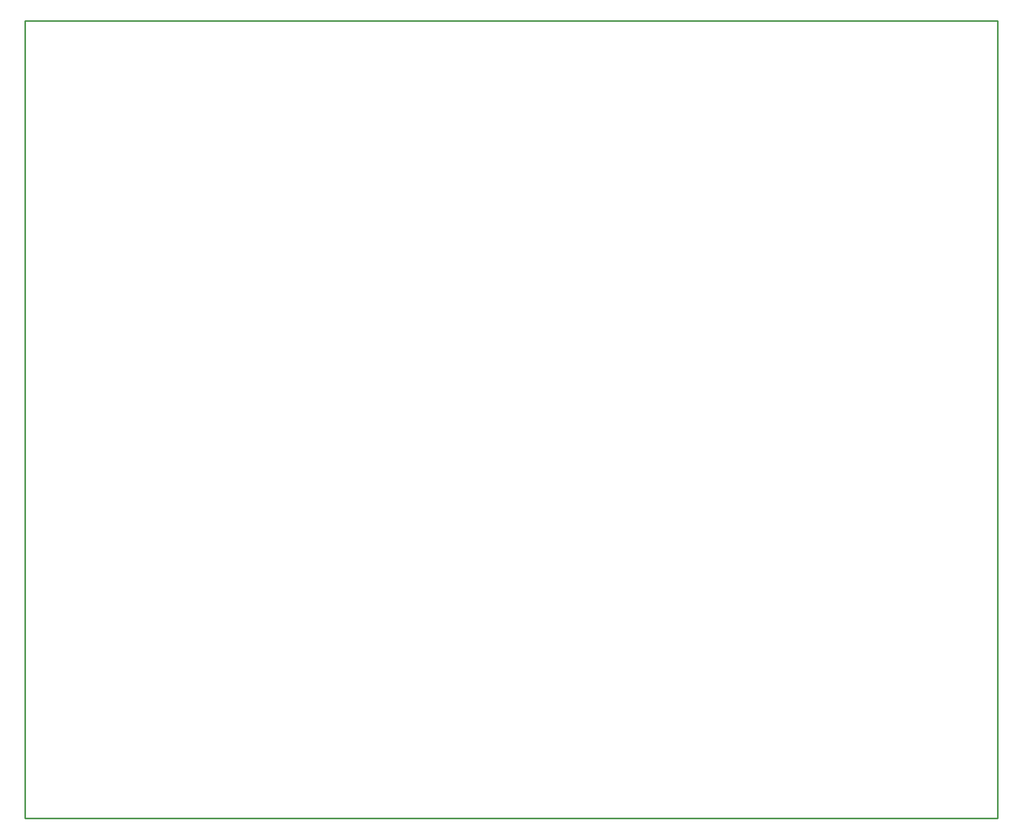
<source format=gko>
G04 Layer_Color=16711935*
%FSAX24Y24*%
%MOIN*%
G70*
G01*
G75*
%ADD20C,0.0100*%
D20*
X072638Y038189D02*
Y061417D01*
X059843D02*
X072638D01*
Y024016D02*
Y038189D01*
X062205Y010236D02*
X072638D01*
Y024016D01*
X045669Y010236D02*
X062205D01*
X046063Y061417D02*
X059843D01*
X010236Y010236D02*
X045669D01*
X010236Y061417D02*
X046063D01*
X010236Y010236D02*
Y061417D01*
M02*

</source>
